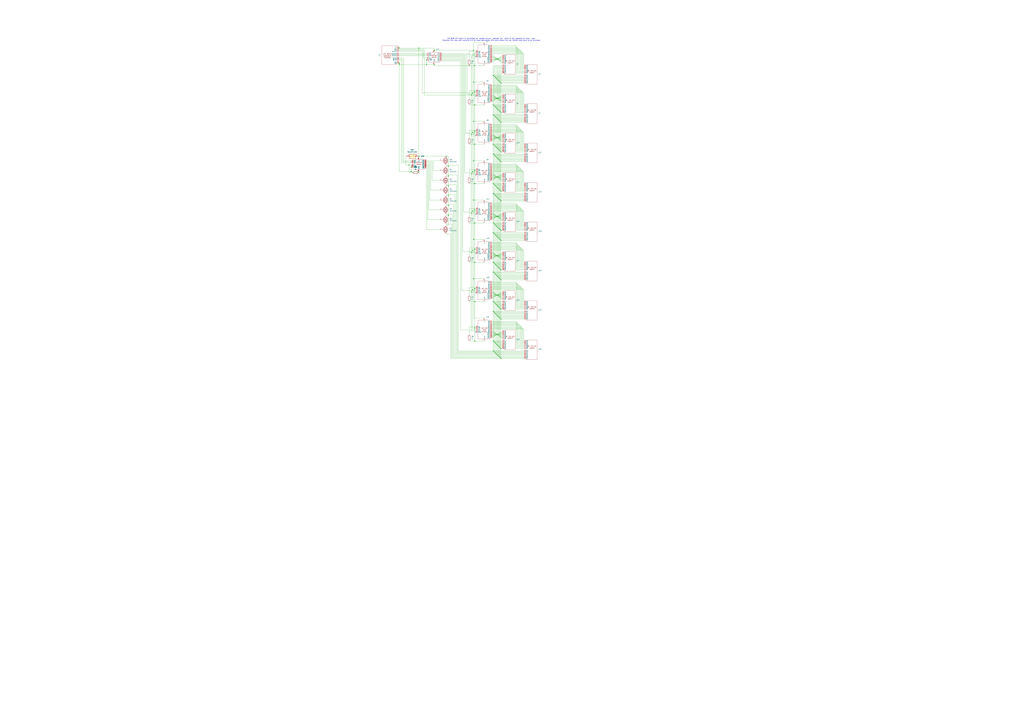
<source format=kicad_sch>
(kicad_sch (version 20231120) (generator "eeschema") (generator_version "8.0")
  (paper "A0")
  (junction (at 574.04 271.78))
  (junction (at 574.04 397.51))
  (junction (at 575.31 227.33))
  (junction (at 548.64 199.39))
  (junction (at 549.91 323.85))
  (junction (at 486.41 199.39))
  (junction (at 574.04 226.06))
  (junction (at 577.85 229.87))
  (junction (at 474.98 191.77))
  (junction (at 574.04 306.07))
  (junction (at 581.66 222.25))
  (junction (at 551.18 106.68))
  (junction (at 577.85 92.71))
  (junction (at 572.77 87.63))
  (junction (at 547.37 247.65))
  (junction (at 486.41 55.88))
  (junction (at 477.52 194.31))
  (junction (at 574.04 351.79))
  (junction (at 580.39 129.54))
  (junction (at 576.58 400.05))
  (junction (at 575.31 410.21))
  (junction (at 574.04 317.5))
  (junction (at 581.66 96.52))
  (junction (at 579.12 265.43))
  (junction (at 549.91 278.13))
  (junction (at 551.18 350.52))
  (junction (at 580.39 140.97))
  (junction (at 477.52 199.39))
  (junction (at 576.58 125.73))
  (junction (at 580.39 358.14))
  (junction (at 575.31 364.49))
  (junction (at 551.18 304.8))
  (junction (at 581.66 416.56))
  (junction (at 577.85 309.88))
  (junction (at 575.31 135.89))
  (junction (at 574.04 363.22))
  (junction (at 520.7 193.04))
  (junction (at 495.3 74.93))
  (junction (at 495.3 69.85))
  (junction (at 504.19 58.42))
  (junction (at 575.31 307.34))
  (junction (at 551.18 381))
  (junction (at 576.58 411.48))
  (junction (at 579.12 311.15))
  (junction (at 551.18 335.28))
  (junction (at 572.77 179.07))
  (junction (at 574.04 134.62))
  (junction (at 581.66 359.41))
  (junction (at 551.18 259.08))
  (junction (at 575.31 124.46))
  (junction (at 551.18 198.12))
  (junction (at 579.12 402.59))
  (junction (at 572.77 350.52))
  (junction (at 486.41 181.61))
  (junction (at 577.85 355.6))
  (junction (at 581.66 325.12))
  (junction (at 580.39 323.85))
  (junction (at 579.12 368.3))
  (junction (at 574.04 168.91))
  (junction (at 575.31 398.78))
  (junction (at 549.91 186.69))
  (junction (at 579.12 231.14))
  (junction (at 580.39 95.25))
  (junction (at 549.91 140.97))
  (junction (at 579.12 93.98))
  (junction (at 581.66 313.69))
  (junction (at 577.85 412.75))
  (junction (at 551.18 396.24))
  (junction (at 576.58 320.04))
  (junction (at 576.58 308.61))
  (junction (at 548.64 336.55))
  (junction (at 581.66 142.24))
  (junction (at 575.31 170.18))
  (junction (at 577.85 367.03))
  (junction (at 544.83 76.2))
  (junction (at 463.55 74.93))
  (junction (at 551.18 121.92))
  (junction (at 579.12 276.86))
  (junction (at 576.58 182.88))
  (junction (at 576.58 262.89))
  (junction (at 581.66 233.68))
  (junction (at 548.64 245.11))
  (junction (at 580.39 266.7))
  (junction (at 574.04 88.9))
  (junction (at 575.31 318.77))
  (junction (at 580.39 175.26))
  (junction (at 577.85 401.32))
  (junction (at 572.77 259.08))
  (junction (at 581.66 267.97))
  (junction (at 549.91 232.41))
  (junction (at 520.7 215.9))
  (junction (at 576.58 171.45))
  (junction (at 572.77 121.92))
  (junction (at 579.12 185.42))
  (junction (at 577.85 218.44))
  (junction (at 549.91 95.25))
  (junction (at 580.39 415.29))
  (junction (at 579.12 139.7))
  (junction (at 576.58 137.16))
  (junction (at 576.58 365.76))
  (junction (at 577.85 138.43))
  (junction (at 575.31 181.61))
  (junction (at 551.18 213.36))
  (junction (at 572.77 270.51))
  (junction (at 572.77 213.36))
  (junction (at 574.04 260.35))
  (junction (at 580.39 369.57))
  (junction (at 548.64 107.95))
  (junction (at 572.77 396.24))
  (junction (at 520.7 227.33))
  (junction (at 575.31 90.17))
  (junction (at 463.55 55.88))
  (junction (at 572.77 304.8))
  (junction (at 576.58 217.17))
  (junction (at 463.55 73.66))
  (junction (at 547.37 293.37))
  (junction (at 576.58 91.44))
  (junction (at 581.66 176.53))
  (junction (at 579.12 173.99))
  (junction (at 575.31 353.06))
  (junction (at 575.31 215.9))
  (junction (at 577.85 172.72))
  (junction (at 579.12 128.27))
  (junction (at 572.77 316.23))
  (junction (at 549.91 58.42))
  (junction (at 577.85 321.31))
  (junction (at 574.04 123.19))
  (junction (at 548.64 153.67))
  (junction (at 547.37 110.49))
  (junction (at 551.18 152.4))
  (junction (at 547.37 201.93))
  (junction (at 551.18 167.64))
  (junction (at 520.7 250.19))
  (junction (at 579.12 322.58))
  (junction (at 572.77 167.64))
  (junction (at 581.66 187.96))
  (junction (at 580.39 278.13))
  (junction (at 580.39 220.98))
  (junction (at 547.37 156.21))
  (junction (at 551.18 243.84))
  (junction (at 576.58 274.32))
  (junction (at 574.04 180.34))
  (junction (at 548.64 290.83))
  (junction (at 572.77 407.67))
  (junction (at 574.04 214.63))
  (junction (at 580.39 403.86))
  (junction (at 577.85 184.15))
  (junction (at 581.66 279.4))
  (junction (at 518.16 181.61))
  (junction (at 579.12 356.87))
  (junction (at 581.66 370.84))
  (junction (at 520.7 204.47))
  (junction (at 576.58 354.33))
  (junction (at 574.04 408.94))
  (junction (at 577.85 275.59))
  (junction (at 551.18 289.56))
  (junction (at 580.39 186.69))
  (junction (at 575.31 273.05))
  (junction (at 551.18 76.2))
  (junction (at 572.77 361.95))
  (junction (at 580.39 312.42))
  (junction (at 572.77 224.79))
  (junction (at 520.7 238.76))
  (junction (at 581.66 130.81))
  (junction (at 581.66 405.13))
  (junction (at 580.39 232.41))
  (junction (at 576.58 228.6))
  (junction (at 504.19 74.93))
  (junction (at 572.77 133.35))
  (junction (at 575.31 261.62))
  (junction (at 547.37 339.09))
  (junction (at 577.85 264.16))
  (junction (at 579.12 219.71))
  (junction (at 577.85 127))
  (junction (at 579.12 414.02))
  (no_connect (at 552.45 203.2))
  (no_connect (at 552.45 66.04))
  (no_connect (at 552.45 248.92))
  (no_connect (at 552.45 340.36))
  (no_connect (at 552.45 157.48))
  (no_connect (at 552.45 386.08))
  (no_connect (at 552.45 111.76))
  (no_connect (at 552.45 294.64))
  (wire (pts (xy 544.83 205.74) (xy 544.83 196.85)))
  (wire (pts (xy 580.39 278.13) (xy 580.39 312.42)))
  (wire (pts (xy 574.04 306.07) (xy 582.93 306.07)))
  (wire (pts (xy 530.86 203.2) (xy 530.86 408.94)))
  (wire (pts (xy 542.29 63.5) (xy 542.29 109.22)))
  (wire (pts (xy 574.04 77.47) (xy 574.04 88.9)))
  (wire (pts (xy 551.18 121.92) (xy 544.83 121.92)))
  (wire (pts (xy 604.52 308.61) (xy 608.33 308.61)))
  (wire (pts (xy 577.85 172.72) (xy 577.85 184.15)))
  (wire (pts (xy 601.98 128.27) (xy 608.33 128.27)))
  (wire (pts (xy 504.19 55.88) (xy 486.41 55.88)))
  (wire (pts (xy 518.16 250.19) (xy 520.7 250.19)))
  (wire (pts (xy 574.04 180.34) (xy 608.33 180.34)))
  (wire (pts (xy 580.39 403.86) (xy 582.93 403.86)))
  (wire (pts (xy 608.33 62.23) (xy 608.33 76.2)))
  (wire (pts (xy 524.51 260.35) (xy 518.16 260.35)))
  (wire (pts (xy 547.37 156.21) (xy 552.45 156.21)))
  (wire (pts (xy 582.93 209.55) (xy 571.5 201.93)))
  (wire (pts (xy 571.5 104.14) (xy 604.52 104.14)))
  (wire (pts (xy 542.29 63.5) (xy 513.08 63.5)))
  (wire (pts (xy 582.93 298.45) (xy 571.5 295.91)))
  (wire (pts (xy 607.06 60.96) (xy 607.06 77.47)))
  (wire (pts (xy 518.16 271.78) (xy 523.24 271.78)))
  (wire (pts (xy 574.04 351.79) (xy 574.04 363.22)))
  (wire (pts (xy 520.7 193.04) (xy 520.7 181.61)))
  (wire (pts (xy 543.56 62.23) (xy 513.08 62.23)))
  (wire (pts (xy 549.91 186.69) (xy 549.91 232.41)))
  (wire (pts (xy 510.54 255.27) (xy 496.57 255.27)))
  (wire (pts (xy 579.12 185.42) (xy 579.12 219.71)))
  (wire (pts (xy 575.31 78.74) (xy 575.31 90.17)))
  (wire (pts (xy 518.16 203.2) (xy 530.86 203.2)))
  (wire (pts (xy 571.5 327.66) (xy 599.44 327.66)))
  (wire (pts (xy 551.18 167.64) (xy 551.18 198.12)))
  (wire (pts (xy 562.61 167.64) (xy 551.18 167.64)))
  (wire (pts (xy 582.93 344.17) (xy 571.5 341.63)))
  (wire (pts (xy 562.61 350.52) (xy 551.18 350.52)))
  (wire (pts (xy 562.61 396.24) (xy 551.18 396.24)))
  (wire (pts (xy 501.65 209.55) (xy 501.65 189.23)))
  (wire (pts (xy 571.5 236.22) (xy 599.44 236.22)))
  (wire (pts (xy 608.33 307.34) (xy 605.79 307.34)))
  (wire (pts (xy 551.18 304.8) (xy 544.83 304.8)))
  (wire (pts (xy 547.37 384.81) (xy 552.45 384.81)))
  (wire (pts (xy 572.77 350.52) (xy 582.93 350.52)))
  (wire (pts (xy 572.77 304.8) (xy 572.77 316.23)))
  (wire (pts (xy 577.85 264.16) (xy 577.85 275.59)))
  (wire (pts (xy 579.12 173.99) (xy 582.93 173.99)))
  (wire (pts (xy 576.58 80.01) (xy 576.58 91.44)))
  (wire (pts (xy 571.5 340.36) (xy 582.93 345.44)))
  (wire (pts (xy 577.85 355.6) (xy 582.93 355.6)))
  (wire (pts (xy 547.37 110.49) (xy 547.37 156.21)))
  (wire (pts (xy 577.85 92.71) (xy 608.33 92.71)))
  (wire (pts (xy 581.66 187.96) (xy 608.33 187.96)))
  (wire (pts (xy 575.31 90.17) (xy 575.31 124.46)))
  (wire (pts (xy 575.31 215.9) (xy 575.31 227.33)))
  (wire (pts (xy 575.31 170.18) (xy 582.93 170.18)))
  (wire (pts (xy 552.45 153.67) (xy 548.64 153.67)))
  (wire (pts (xy 571.5 336.55) (xy 608.33 336.55)))
  (wire (pts (xy 576.58 354.33) (xy 582.93 354.33)))
  (wire (pts (xy 576.58 125.73) (xy 582.93 125.73)))
  (wire (pts (xy 575.31 135.89) (xy 575.31 170.18)))
  (wire (pts (xy 537.21 292.1) (xy 552.45 292.1)))
  (wire (pts (xy 574.04 134.62) (xy 574.04 168.91)))
  (wire (pts (xy 579.12 402.59) (xy 579.12 414.02)))
  (wire (pts (xy 604.52 125.73) (xy 608.33 125.73)))
  (wire (pts (xy 547.37 247.65) (xy 552.45 247.65)))
  (wire (pts (xy 577.85 229.87) (xy 577.85 264.16)))
  (wire (pts (xy 581.66 313.69) (xy 582.93 313.69)))
  (wire (pts (xy 538.48 246.38) (xy 552.45 246.38)))
  (wire (pts (xy 495.3 74.93) (xy 463.55 74.93)))
  (wire (pts (xy 599.44 373.38) (xy 599.44 405.13)))
  (wire (pts (xy 549.91 95.25) (xy 549.91 140.97)))
  (wire (pts (xy 579.12 231.14) (xy 579.12 265.43)))
  (wire (pts (xy 580.39 323.85) (xy 580.39 358.14)))
  (wire (pts (xy 579.12 219.71) (xy 582.93 219.71)))
  (wire (pts (xy 547.37 339.09) (xy 552.45 339.09)))
  (wire (pts (xy 571.5 241.3) (xy 604.52 241.3)))
  (wire (pts (xy 544.83 388.62) (xy 544.83 379.73)))
  (wire (pts (xy 463.55 74.93) (xy 463.55 199.39)))
  (wire (pts (xy 571.5 99.06) (xy 599.44 99.06)))
  (wire (pts (xy 486.41 199.39) (xy 486.41 200.66)))
  (wire (pts (xy 571.5 328.93) (xy 600.71 328.93)))
  (wire (pts (xy 571.5 55.88) (xy 601.98 55.88)))
  (wire (pts (xy 549.91 58.42) (xy 549.91 95.25)))
  (wire (pts (xy 547.37 156.21) (xy 547.37 201.93)))
  (wire (pts (xy 551.18 76.2) (xy 551.18 106.68)))
  (wire (pts (xy 571.5 148.59) (xy 603.25 148.59)))
  (wire (pts (xy 571.5 335.28) (xy 607.06 335.28)))
  (wire (pts (xy 495.3 187.96) (xy 502.92 187.96)))
  (wire (pts (xy 577.85 367.03) (xy 608.33 367.03)))
  (wire (pts (xy 535.94 69.85) (xy 535.94 337.82)))
  (wire (pts (xy 577.85 401.32) (xy 577.85 412.75)))
  (wire (pts (xy 599.44 236.22) (xy 599.44 267.97)))
  (wire (pts (xy 581.66 96.52) (xy 581.66 130.81)))
  (wire (pts (xy 580.39 312.42) (xy 580.39 323.85)))
  (wire (pts (xy 576.58 228.6) (xy 608.33 228.6)))
  (wire (pts (xy 582.93 110.49) (xy 571.5 118.11)))
  (wire (pts (xy 551.18 121.92) (xy 551.18 106.68)))
  (wire (pts (xy 551.18 259.08) (xy 544.83 259.08)))
  (wire (pts (xy 518.16 238.76) (xy 520.7 238.76)))
  (wire (pts (xy 551.18 213.36) (xy 544.83 213.36)))
  (wire (pts (xy 571.5 237.49) (xy 600.71 237.49)))
  (wire (pts (xy 571.5 68.58) (xy 582.93 68.58)))
  (wire (pts (xy 530.86 408.94) (xy 574.04 408.94)))
  (wire (pts (xy 605.79 353.06) (xy 605.79 334.01)))
  (wire (pts (xy 574.04 214.63) (xy 582.93 214.63)))
  (wire (pts (xy 523.24 416.56) (xy 581.66 416.56)))
  (wire (pts (xy 603.25 355.6) (xy 603.25 331.47)))
  (wire (pts (xy 548.64 107.95) (xy 548.64 153.67)))
  (wire (pts (xy 527.05 412.75) (xy 527.05 237.49)))
  (wire (pts (xy 576.58 228.6) (xy 576.58 262.89)))
  (wire (pts (xy 575.31 261.62) (xy 582.93 261.62)))
  (wire (pts (xy 581.66 96.52) (xy 608.33 96.52)))
  (wire (pts (xy 571.5 251.46) (xy 582.93 251.46)))
  (wire (pts (xy 572.77 361.95) (xy 572.77 396.24)))
  (wire (pts (xy 608.33 312.42) (xy 600.71 312.42)))
  (wire (pts (xy 571.5 240.03) (xy 603.25 240.03)))
  (wire (pts (xy 524.51 415.29) (xy 524.51 260.35)))
  (wire (pts (xy 600.71 220.98) (xy 600.71 191.77)))
  (wire (pts (xy 581.66 176.53) (xy 582.93 176.53)))
  (wire (pts (xy 502.92 198.12) (xy 510.54 198.12)))
  (wire (pts (xy 600.71 358.14) (xy 600.71 328.93)))
  (wire (pts (xy 544.83 196.85) (xy 552.45 196.85)))
  (wire (pts (xy 571.5 153.67) (xy 608.33 153.67)))
  (wire (pts (xy 572.77 316.23) (xy 608.33 316.23)))
  (wire (pts (xy 580.39 266.7) (xy 580.39 278.13)))
  (wire (pts (xy 581.66 370.84) (xy 581.66 405.13)))
  (wire (pts (xy 600.71 83.82) (xy 600.71 54.61)))
  (wire (pts (xy 466.09 69.85) (xy 463.55 69.85)))
  (wire (pts (xy 574.04 226.06) (xy 574.04 260.35)))
  (wire (pts (xy 582.93 252.73) (xy 571.5 250.19)))
  (wire (pts (xy 477.52 186.69) (xy 468.63 186.69)))
  (wire (pts (xy 551.18 396.24) (xy 544.83 396.24)))
  (wire (pts (xy 572.77 121.92) (xy 572.77 133.35)))
  (wire (pts (xy 495.3 69.85) (xy 495.3 74.93)))
  (wire (pts (xy 571.5 59.69) (xy 605.79 59.69)))
  (wire (pts (xy 575.31 90.17) (xy 608.33 90.17)))
  (wire (pts (xy 607.06 198.12) (xy 607.06 214.63)))
  (wire (pts (xy 551.18 381) (xy 552.45 381)))
  (wire (pts (xy 574.04 226.06) (xy 608.33 226.06)))
  (wire (pts (xy 495.3 67.31) (xy 491.49 67.31)))
  (wire (pts (xy 579.12 265.43) (xy 582.93 265.43)))
  (wire (pts (xy 541.02 64.77) (xy 541.02 154.94)))
  (wire (pts (xy 518.16 226.06) (xy 528.32 226.06)))
  (wire (pts (xy 608.33 261.62) (xy 605.79 261.62)))
  (wire (pts (xy 572.77 121.92) (xy 582.93 121.92)))
  (wire (pts (xy 581.66 130.81) (xy 581.66 142.24)))
  (wire (pts (xy 552.45 290.83) (xy 548.64 290.83)))
  (wire (pts (xy 577.85 138.43) (xy 577.85 172.72)))
  (wire (pts (xy 608.33 199.39) (xy 608.33 213.36)))
  (wire (pts (xy 532.13 407.67) (xy 532.13 191.77)))
  (wire (pts (xy 571.5 378.46) (xy 604.52 378.46)))
  (wire (pts (xy 527.05 237.49) (xy 518.16 237.49)))
  (wire (pts (xy 579.12 368.3) (xy 608.33 368.3)))
  (wire (pts (xy 574.04 168.91) (xy 582.93 168.91)))
  (wire (pts (xy 544.83 342.9) (xy 544.83 334.01)))
  (wire (pts (xy 486.41 55.88) (xy 486.41 181.61)))
  (wire (pts (xy 607.06 351.79) (xy 608.33 351.79)))
  (wire (pts (xy 572.77 213.36) (xy 582.93 213.36)))
  (wire (pts (xy 551.18 350.52) (xy 551.18 335.28)))
  (wire (pts (xy 599.44 53.34) (xy 599.44 85.09)))
  (wire (pts (xy 463.55 62.23) (xy 495.3 62.23)))
  (wire (pts (xy 548.64 107.95) (xy 490.22 107.95)))
  (wire (pts (xy 579.12 265.43) (xy 579.12 276.86)))
  (wire (pts (xy 551.18 76.2) (xy 544.83 76.2)))
  (wire (pts (xy 580.39 186.69) (xy 608.33 186.69)))
  (wire (pts (xy 513.08 64.77) (xy 541.02 64.77)))
  (wire (pts (xy 579.12 322.58) (xy 608.33 322.58)))
  (wire (pts (xy 607.06 260.35) (xy 608.33 260.35)))
  (wire (pts (xy 574.04 271.78) (xy 608.33 271.78)))
  (wire (pts (xy 572.77 133.35) (xy 572.77 167.64)))
  (wire (pts (xy 571.5 337.82) (xy 582.93 347.98)))
  (wire (pts (xy 581.66 222.25) (xy 582.93 222.25)))
  (wire (pts (xy 575.31 307.34) (xy 575.31 318.77)))
  (wire (pts (xy 571.5 60.96) (xy 607.06 60.96)))
  (wire (pts (xy 582.93 201.93) (xy 571.5 209.55)))
  (wire (pts (xy 581.66 267.97) (xy 581.66 279.4)))
  (wire (pts (xy 605.79 170.18) (xy 605.79 151.13)))
  (wire (pts (xy 551.18 259.08) (xy 551.18 289.56)))
  (wire (pts (xy 576.58 320.04) (xy 576.58 354.33)))
  (wire (pts (xy 520.7 227.33) (xy 520.7 215.9)))
  (wire (pts (xy 580.39 186.69) (xy 580.39 220.98)))
  (wire (pts (xy 571.5 147.32) (xy 601.98 147.32)))
  (wire (pts (xy 571.5 294.64) (xy 582.93 299.72)))
  (wire (pts (xy 495.3 266.7) (xy 510.54 266.7)))
  (wire (pts (xy 579.12 139.7) (xy 579.12 173.99)))
  (wire (pts (xy 572.77 259.08) (xy 572.77 270.51)))
  (wire (pts (xy 608.33 81.28) (xy 603.25 81.28)))
  (wire (pts (xy 581.66 416.56) (xy 608.33 416.56)))
  (wire (pts (xy 582.93 392.43) (xy 571.5 384.81)))
  (wire (pts (xy 571.5 332.74) (xy 604.52 332.74)))
  (wire (pts (xy 562.61 259.08) (xy 551.18 259.08)))
  (wire (pts (xy 571.5 106.68) (xy 607.06 106.68)))
  (wire (pts (xy 581.66 85.09) (xy 581.66 96.52)))
  (wire (pts (xy 604.52 378.46) (xy 604.52 400.05)))
  (wire (pts (xy 520.7 261.62) (xy 520.7 250.19)))
  (wire (pts (xy 581.66 130.81) (xy 582.93 130.81)))
  (wire (pts (xy 571.5 243.84) (xy 607.06 243.84)))
  (wire (pts (xy 495.3 74.93) (xy 504.19 74.93)))
  (wire (pts (xy 581.66 142.24) (xy 608.33 142.24)))
  (wire (pts (xy 601.98 330.2) (xy 601.98 356.87)))
  (wire (pts (xy 576.58 217.17) (xy 576.58 228.6)))
  (wire (pts (xy 581.66 142.24) (xy 581.66 176.53)))
  (wire (pts (xy 572.77 133.35) (xy 608.33 133.35)))
  (wire (pts (xy 581.66 405.13) (xy 582.93 405.13)))
  (wire (pts (xy 574.04 271.78) (xy 574.04 306.07)))
  (wire (pts (xy 529.59 410.21) (xy 575.31 410.21)))
  (wire (pts (xy 547.37 110.49) (xy 492.76 110.49)))
  (wire (pts (xy 580.39 129.54) (xy 580.39 140.97)))
  (wire (pts (xy 572.77 167.64) (xy 582.93 167.64)))
  (wire (pts (xy 510.54 232.41) (xy 499.11 232.41)))
  (wire (pts (xy 608.33 218.44) (xy 603.25 218.44)))
  (wire (pts (xy 607.06 381) (xy 607.06 397.51)))
  (wire (pts (xy 501.65 189.23) (xy 495.3 189.23)))
  (wire (pts (xy 608.33 245.11) (xy 608.33 259.08)))
  (wire (pts (xy 576.58 365.76) (xy 576.58 400.05)))
  (wire (pts (xy 582.93 156.21) (xy 571.5 163.83)))
  (wire (pts (xy 571.5 375.92) (xy 601.98 375.92)))
  (wire (pts (xy 551.18 289.56) (xy 552.45 289.56)))
  (wire (pts (xy 580.39 95.25) (xy 608.33 95.25)))
  (wire (pts (xy 576.58 354.33) (xy 576.58 365.76)))
  (wire (pts (xy 581.66 279.4) (xy 581.66 313.69)))
  (wire (pts (xy 571.5 152.4) (xy 607.06 152.4)))
  (wire (pts (xy 463.55 72.39) (xy 463.55 73.66)))
  (wire (pts (xy 575.31 181.61) (xy 575.31 215.9)))
  (wire (pts (xy 581.66 279.4) (xy 608.33 279.4)))
  (wire (pts (xy 572.77 76.2) (xy 572.77 87.63)))
  (wire (pts (xy 579.12 231.14) (xy 608.33 231.14)))
  (wire (pts (xy 537.21 68.58) (xy 537.21 292.1)))
  (wire (pts (xy 574.04 88.9) (xy 608.33 88.9)))
  (wire (pts (xy 571.5 53.34) (xy 599.44 53.34)))
  (wire (pts (xy 607.06 168.91) (xy 608.33 168.91)))
  (wire (pts (xy 486.41 181.61) (xy 486.41 182.88)))
  (wire (pts (xy 551.18 350.52) (xy 551.18 381)))
  (wire (pts (xy 581.66 325.12) (xy 608.33 325.12)))
  (wire (pts (xy 574.04 351.79) (xy 582.93 351.79)))
  (wire (pts (xy 572.77 396.24) (xy 582.93 396.24)))
  (wire (pts (xy 581.66 85.09) (xy 582.93 85.09)))
  (wire (pts (xy 571.5 342.9) (xy 582.93 342.9)))
  (wire (pts (xy 582.93 341.63) (xy 571.5 344.17)))
  (wire (pts (xy 548.64 245.11) (xy 548.64 290.83)))
  (wire (pts (xy 495.3 195.58) (xy 495.3 266.7)))
  (wire (pts (xy 534.67 383.54) (xy 552.45 383.54)))
  (wire (pts (xy 601.98 238.76) (xy 601.98 265.43)))
  (wire (pts (xy 576.58 320.04) (xy 608.33 320.04)))
  (wire (pts (xy 581.66 233.68) (xy 581.66 267.97)))
  (wire (pts (xy 608.33 129.54) (xy 600.71 129.54)))
  (wire (pts (xy 571.5 107.95) (xy 608.33 107.95)))
  (wire (pts (xy 608.33 290.83) (xy 608.33 304.8)))
  (wire (pts (xy 571.5 377.19) (xy 603.25 377.19)))
  (wire (pts (xy 572.77 76.2) (xy 582.93 76.2)))
  (wire (pts (xy 544.83 160.02) (xy 544.83 151.13)))
  (wire (pts (xy 474.98 200.66) (xy 474.98 191.77)))
  (wire (pts (xy 604.52 354.33) (xy 608.33 354.33)))
  (wire (pts (xy 571.5 149.86) (xy 604.52 149.86)))
  (wire (pts (xy 576.58 262.89) (xy 576.58 274.32)))
  (wire (pts (xy 581.66 313.69) (xy 581.66 325.12)))
  (wire (pts (xy 604.52 287.02) (xy 604.52 308.61)))
  (wire (pts (xy 599.44 130.81) (xy 608.33 130.81)))
  (wire (pts (xy 544.83 334.01) (xy 552.45 334.01)))
  (wire (pts (xy 571.5 162.56) (xy 582.93 157.48)))
  (wire (pts (xy 571.5 111.76) (xy 582.93 116.84)))
  (wire (pts (xy 580.39 175.26) (xy 582.93 175.26)))
  (wire (pts (xy 520.7 215.9) (xy 520.7 204.47)))
  (wire (pts (xy 582.93 72.39) (xy 571.5 64.77)))
  (wire (pts (xy 572.77 167.64) (xy 572.77 179.07)))
  (wire (pts (xy 571.5 58.42) (xy 604.52 58.42)))
  (wire (pts (xy 601.98 55.88) (xy 601.98 82.55)))
  (wire (pts (xy 603.25 264.16) (xy 603.25 240.03)))
  (wire (pts (xy 577.85 275.59) (xy 577.85 309.88)))
  (wire (pts (xy 547.37 201.93) (xy 547.37 247.65)))
  (wire (pts (xy 495.3 68.58) (xy 495.3 69.85)))
  (wire (pts (xy 571.5 100.33) (xy 600.71 100.33)))
  (wire (pts (xy 547.37 339.09) (xy 547.37 384.81)))
  (wire (pts (xy 571.5 388.62) (xy 582.93 388.62)))
  (wire (pts (xy 463.55 68.58) (xy 467.36 68.58)))
  (wire (pts (xy 576.58 217.17) (xy 582.93 217.17)))
  (wire (pts (xy 579.12 93.98) (xy 608.33 93.98)))
  (wire (pts (xy 571.5 208.28) (xy 582.93 203.2)))
  (wire (pts (xy 604.52 217.17) (xy 608.33 217.17)))
  (wire (pts (xy 562.61 213.36) (xy 551.18 213.36)))
  (wire (pts (xy 572.77 270.51) (xy 572.77 304.8)))
  (wire (pts (xy 601.98 284.48) (xy 601.98 311.15)))
  (wire (pts (xy 467.36 68.58) (xy 467.36 187.96)))
  (wire (pts (xy 544.83 68.58) (xy 544.83 59.69)))
  (wire (pts (xy 572.77 407.67) (xy 608.33 407.67)))
  (wire (pts (xy 571.5 242.57) (xy 605.79 242.57)))
  (wire (pts (xy 467.36 187.96) (xy 477.52 187.96)))
  (wire (pts (xy 571.5 386.08) (xy 582.93 391.16)))
  (wire (pts (xy 547.37 64.77) (xy 547.37 110.49)))
  (wire (pts (xy 529.59 214.63) (xy 518.16 214.63)))
  (wire (pts (xy 608.33 175.26) (xy 600.71 175.26)))
  (wire (pts (xy 576.58 91.44) (xy 608.33 91.44)))
  (wire (pts (xy 572.77 179.07) (xy 572.77 213.36)))
  (wire (pts (xy 581.66 405.13) (xy 581.66 416.56)))
  (wire (pts (xy 582.93 158.75) (xy 571.5 161.29)))
  (wire (pts (xy 571.5 391.16) (xy 582.93 386.08)))
  (wire (pts (xy 571.5 198.12) (xy 607.06 198.12)))
  (wire (pts (xy 497.84 243.84) (xy 510.54 243.84)))
  (wire (pts (xy 571.5 191.77) (xy 600.71 191.77)))
  (wire (pts (xy 571.5 195.58) (xy 604.52 195.58)))
  (wire (pts (xy 582.93 293.37) (xy 571.5 300.99)))
  (wire (pts (xy 599.44 281.94) (xy 599.44 313.69)))
  (wire (pts (xy 599.44 359.41) (xy 608.33 359.41)))
  (wire (pts (xy 572.77 224.79) (xy 608.33 224.79)))
  (wire (pts (xy 544.83 114.3) (xy 544.83 105.41)))
  (wire (pts (xy 601.98 311.15) (xy 608.33 311.15)))
  (wire (pts (xy 580.39 358.14) (xy 582.93 358.14)))
  (wire (pts (xy 581.66 359.41) (xy 582.93 359.41)))
  (wire (pts (xy 582.93 384.81) (xy 571.5 392.43)))
  (wire (pts (xy 577.85 321.31) (xy 577.85 355.6)))
  (wire (pts (xy 497.84 193.04) (xy 497.84 243.84)))
  (wire (pts (xy 534.67 71.12) (xy 534.67 383.54)))
  (wire (pts (xy 575.31 318.77) (xy 575.31 353.06)))
  (wire (pts (xy 577.85 367.03) (xy 577.85 401.32)))
  (wire (pts (xy 582.93 255.27) (xy 571.5 247.65)))
  (wire (pts (xy 571.5 63.5) (xy 582.93 73.66)))
  (wire (pts (xy 605.79 215.9) (xy 605.79 196.85)))
  (wire (pts (xy 579.12 356.87) (xy 582.93 356.87)))
  (wire (pts (xy 608.33 403.86) (xy 600.71 403.86)))
  (wire (pts (xy 551.18 167.64) (xy 544.83 167.64)))
  (wire (pts (xy 551.18 213.36) (xy 551.18 243.84)))
  (wire (pts (xy 580.39 83.82) (xy 582.93 83.82)))
  (wire (pts (xy 582.93 295.91) (xy 571.5 298.45)))
  (wire (pts (xy 547.37 293.37) (xy 552.45 293.37)))
  (wire (pts (xy 580.39 358.14) (xy 580.39 369.57)))
  (wire (pts (xy 571.5 246.38) (xy 582.93 256.54)))
  (wire (pts (xy 544.83 251.46) (xy 544.83 242.57)))
  (wire (pts (xy 608.33 382.27) (xy 608.33 396.24)))
  (wire (pts (xy 580.39 369.57) (xy 580.39 403.86)))
  (wire (pts (xy 600.71 266.7) (xy 600.71 237.49)))
  (wire (pts (xy 548.64 336.55) (xy 548.64 382.27)))
  (wire (pts (xy 576.58 125.73) (xy 576.58 137.16)))
  (wire (pts (xy 577.85 401.32) (xy 582.93 401.32)))
  (wire (pts (xy 603.25 401.32) (xy 603.25 377.19)))
  (wire (pts (xy 577.85 218.44) (xy 577.85 229.87)))
  (wire (pts (xy 580.39 312.42) (xy 582.93 312.42)))
  (wire (pts (xy 601.98 219.71) (xy 608.33 219.71)))
  (wire (pts (xy 608.33 107.95) (xy 608.33 121.92)))
  (wire (pts (xy 575.31 124.46) (xy 582.93 124.46)))
  (wire (pts (xy 572.77 316.23) (xy 572.77 350.52)))
  (wire (pts (xy 577.85 309.88) (xy 577.85 321.31)))
  (wire (pts (xy 544.83 379.73) (xy 552.45 379.73)))
  (wire (pts (xy 544.83 76.2) (xy 504.19 76.2)))
  (wire (pts (xy 607.06 397.51) (xy 608.33 397.51)))
  (wire (pts (xy 601.98 265.43) (xy 608.33 265.43)))
  (wire (pts (xy 576.58 262.89) (xy 582.93 262.89)))
  (wire (pts (xy 581.66 222.25) (xy 581.66 233.68)))
  (wire (pts (xy 572.77 396.24) (xy 572.77 407.67)))
  (wire (pts (xy 607.06 77.47) (xy 608.33 77.47)))
  (wire (pts (xy 538.48 67.31) (xy 538.48 246.38)))
  (wire (pts (xy 463.55 64.77) (xy 495.3 64.77)))
  (wire (pts (xy 579.12 219.71) (xy 579.12 231.14)))
  (wire (pts (xy 562.61 186.69) (xy 549.91 186.69)))
  (wire (pts (xy 599.44 144.78) (xy 599.44 176.53)))
  (wire (pts (xy 571.5 151.13) (xy 605.79 151.13)))
  (wire (pts (xy 575.31 170.18) (xy 575.31 181.61)))
  (wire (pts (xy 534.67 71.12) (xy 513.08 71.12)))
  (wire (pts (xy 571.5 193.04) (xy 601.98 193.04)))
  (wire (pts (xy 580.39 403.86) (xy 580.39 415.29)))
  (wire (pts (xy 571.5 54.61) (xy 600.71 54.61)))
  (wire (pts (xy 551.18 350.52) (xy 544.83 350.52)))
  (wire (pts (xy 552.45 63.5) (xy 543.56 63.5)))
  (wire (pts (xy 532.13 191.77) (xy 518.16 191.77)))
  (wire (pts (xy 579.12 276.86) (xy 579.12 311.15)))
  (wire (pts (xy 604.52 262.89) (xy 608.33 262.89)))
  (wire (pts (xy 551.18 152.4) (xy 552.45 152.4)))
  (wire (pts (xy 601.98 193.04) (xy 601.98 219.71)))
  (wire (pts (xy 552.45 62.23) (xy 548.64 62.23)))
  (wire (pts (xy 608.33 124.46) (xy 605.79 124.46)))
  (wire (pts (xy 466.09 189.23) (xy 466.09 69.85)))
  (wire (pts (xy 574.04 363.22) (xy 608.33 363.22)))
  (wire (pts (xy 576.58 274.32) (xy 576.58 308.61)))
  (wire (pts (xy 562.61 278.13) (xy 549.91 278.13)))
  (wire (pts (xy 607.06 152.4) (xy 607.06 168.91)))
  (wire (pts (xy 580.39 266.7) (xy 582.93 266.7)))
  (wire (pts (xy 575.31 273.05) (xy 575.31 307.34)))
  (wire (pts (xy 577.85 184.15) (xy 608.33 184.15)))
  (wire (pts (xy 575.31 181.61) (xy 608.33 181.61)))
  (wire (pts (xy 601.98 82.55) (xy 608.33 82.55)))
  (wire (pts (xy 580.39 232.41) (xy 608.33 232.41)))
  (wire (pts (xy 603.25 172.72) (xy 603.25 148.59)))
  (wire (pts (xy 477.52 189.23) (xy 466.09 189.23)))
  (wire (pts (xy 580.39 83.82) (xy 580.39 95.25)))
  (wire (pts (xy 608.33 172.72) (xy 603.25 172.72)))
  (wire (pts (xy 551.18 213.36) (xy 551.18 198.12)))
  (wire (pts (xy 572.77 87.63) (xy 608.33 87.63)))
  (wire (pts (xy 601.98 356.87) (xy 608.33 356.87)))
  (wire (pts (xy 582.93 300.99) (xy 571.5 293.37)))
  (wire (pts (xy 574.04 317.5) (xy 574.04 351.79)))
  (wire (pts (xy 574.04 397.51) (xy 574.04 408.94)))
  (wire (pts (xy 601.98 402.59) (xy 608.33 402.59)))
  (wire (pts (xy 576.58 365.76) (xy 608.33 365.76)))
  (wire (pts (xy 575.31 261.62) (xy 575.31 273.05)))
  (wire (pts (xy 576.58 308.61) (xy 582.93 308.61)))
  (wire (pts (xy 599.44 267.97) (xy 608.33 267.97)))
  (wire (pts (xy 551.18 60.96) (xy 552.45 60.96)))
  (wire (pts (xy 577.85 309.88) (xy 582.93 309.88)))
  (wire (pts (xy 571.5 284.48) (xy 601.98 284.48)))
  (wire (pts (xy 491.49 58.42) (xy 463.55 58.42)))
  (wire (pts (xy 571.5 144.78) (xy 599.44 144.78)))
  (wire (pts (xy 571.5 57.15) (xy 603.25 57.15)))
  (wire (pts (xy 549.91 140.97) (xy 549.91 186.69)))
  (wire (pts (xy 605.79 78.74) (xy 605.79 59.69)))
  (wire (pts (xy 574.04 77.47) (xy 582.93 77.47)))
  (wire (pts (xy 492.76 57.15) (xy 492.76 110.49)))
  (wire (pts (xy 571.5 334.01) (xy 605.79 334.01)))
  (wire (pts (xy 562.61 76.2) (xy 551.18 76.2)))
  (wire (pts (xy 607.06 214.63) (xy 608.33 214.63)))
  (wire (pts (xy 608.33 401.32) (xy 603.25 401.32)))
  (wire (pts (xy 499.11 232.41) (xy 499.11 191.77)))
  (wire (pts (xy 571.5 66.04) (xy 582.93 71.12)))
  (wire (pts (xy 572.77 304.8) (xy 582.93 304.8)))
  (wire (pts (xy 577.85 127) (xy 582.93 127)))
  (wire (pts (xy 576.58 171.45) (xy 576.58 182.88)))
  (wire (pts (xy 518.16 248.92) (xy 525.78 248.92)))
  (wire (pts (xy 544.83 288.29) (xy 552.45 288.29)))
  (wire (pts (xy 600.71 129.54) (xy 600.71 100.33)))
  (wire (pts (xy 579.12 276.86) (xy 608.33 276.86)))
  (wire (pts (xy 576.58 400.05) (xy 582.93 400.05)))
  (wire (pts (xy 605.79 124.46) (xy 605.79 105.41)))
  (wire (pts (xy 608.33 220.98) (xy 600.71 220.98)))
  (wire (pts (xy 579.12 82.55) (xy 582.93 82.55)))
  (wire (pts (xy 544.83 105.41) (xy 552.45 105.41)))
  (wire (pts (xy 572.77 179.07) (xy 608.33 179.07)))
  (wire (pts (xy 551.18 106.68) (xy 552.45 106.68)))
  (wire (pts (xy 577.85 172.72) (xy 582.93 172.72)))
  (wire (pts (xy 571.5 146.05) (xy 600.71 146.05)))
  (wire (pts (xy 576.58 274.32) (xy 608.33 274.32)))
  (wire (pts (xy 574.04 408.94) (xy 608.33 408.94)))
  (wire (pts (xy 575.31 227.33) (xy 575.31 261.62)))
  (wire (pts (xy 551.18 304.8) (xy 551.18 289.56)))
  (wire (pts (xy 582.93 339.09) (xy 571.5 346.71)))
  (wire (pts (xy 581.66 370.84) (xy 608.33 370.84)))
  (wire (pts (xy 574.04 306.07) (xy 574.04 317.5)))
  (wire (pts (xy 580.39 232.41) (xy 580.39 266.7)))
  (wire (pts (xy 574.04 123.19) (xy 582.93 123.19)))
  (wire (pts (xy 562.61 140.97) (xy 549.91 140.97)))
  (wire (pts (xy 579.12 139.7) (xy 608.33 139.7)))
  (wire (pts (xy 552.45 245.11) (xy 548.64 245.11)))
  (wire (pts (xy 520.7 181.61) (xy 518.16 181.61)))
  (wire (pts (xy 603.25 309.88) (xy 603.25 285.75)))
  (wire (pts (xy 562.61 232.41) (xy 549.91 232.41)))
  (wire (pts (xy 474.98 191.77) (xy 477.52 191.77)))
  (wire (pts (xy 576.58 400.05) (xy 576.58 411.48)))
  (wire (pts (xy 599.44 190.5) (xy 599.44 222.25)))
  (wire (pts (xy 575.31 124.46) (xy 575.31 135.89)))
  (wire (pts (xy 551.18 121.92) (xy 551.18 152.4)))
  (wire (pts (xy 529.59 410.21) (xy 529.59 214.63)))
  (wire (pts (xy 551.18 304.8) (xy 551.18 335.28)))
  (wire (pts (xy 542.29 109.22) (xy 552.45 109.22)))
  (wire (pts (xy 599.44 222.25) (xy 608.33 222.25)))
  (wire (pts (xy 580.39 278.13) (xy 608.33 278.13)))
  (wire (pts (xy 495.3 186.69) (xy 510.54 186.69)))
  (wire (pts (xy 525.78 414.02) (xy 579.12 414.02)))
  (wire (pts (xy 601.98 101.6) (xy 601.98 128.27)))
  (wire (pts (xy 572.77 350.52) (xy 572.77 361.95)))
  (wire (pts (xy 577.85 264.16) (xy 582.93 264.16)))
  (wire (pts (xy 607.06 335.28) (xy 607.06 351.79)))
  (wire (pts (xy 579.12 311.15) (xy 582.93 311.15)))
  (wire (pts (xy 535.94 337.82) (xy 552.45 337.82)))
  (wire (pts (xy 608.33 215.9) (xy 605.79 215.9)))
  (wire (pts (xy 604.52 241.3) (xy 604.52 262.89)))
  (wire (pts (xy 576.58 411.48) (xy 608.33 411.48)))
  (wire (pts (xy 608.33 153.67) (xy 608.33 167.64)))
  (wire (pts (xy 571.5 196.85) (xy 605.79 196.85)))
  (wire (pts (xy 582.93 64.77) (xy 571.5 72.39)))
  (wire (pts (xy 579.12 368.3) (xy 579.12 402.59)))
  (wire (pts (xy 604.52 149.86) (xy 604.52 171.45)))
  (wire (pts (xy 576.58 182.88) (xy 576.58 217.17)))
  (wire (pts (xy 544.83 59.69) (xy 552.45 59.69)))
  (wire (pts (xy 571.5 281.94) (xy 599.44 281.94)))
  (wire (pts (xy 582.93 250.19) (xy 571.5 252.73)))
  (wire (pts (xy 571.5 290.83) (xy 608.33 290.83)))
  (wire (pts (xy 490.22 59.69) (xy 463.55 59.69)))
  (wire (pts (xy 571.5 62.23) (xy 608.33 62.23)))
  (wire (pts (xy 579.12 128.27) (xy 582.93 128.27)))
  (wire (pts (xy 580.39 369.57) (xy 608.33 369.57)))
  (wire (pts (xy 548.64 290.83) (xy 548.64 336.55)))
  (wire (pts (xy 580.39 415.29) (xy 608.33 415.29)))
  (wire (pts (xy 608.33 309.88) (xy 603.25 309.88)))
  (wire (pts (xy 524.51 415.29) (xy 580.39 415.29)))
  (wire (pts (xy 582.93 69.85) (xy 571.5 67.31)))
  (wire (pts (xy 562.61 369.57) (xy 549.91 369.57)))
  (wire (pts (xy 551.18 335.28) (xy 552.45 335.28)))
  (wire (pts (xy 571.5 285.75) (xy 603.25 285.75)))
  (wire (pts (xy 541.02 154.94) (xy 552.45 154.94)))
  (wire (pts (xy 576.58 308.61) (xy 576.58 320.04)))
  (wire (pts (xy 575.31 364.49) (xy 575.31 398.78)))
  (wire (pts (xy 575.31 353.06) (xy 582.93 353.06)))
  (wire (pts (xy 571.5 331.47) (xy 603.25 331.47)))
  (wire (pts (xy 574.04 134.62) (xy 608.33 134.62)))
  (wire (pts (xy 528.32 226.06) (xy 528.32 411.48)))
  (wire (pts (xy 579.12 414.02) (xy 608.33 414.02)))
  (wire (pts (xy 604.52 58.42) (xy 604.52 80.01)))
  (wire (pts (xy 552.45 199.39) (xy 548.64 199.39)))
  (wire (pts (xy 579.12 128.27) (xy 579.12 139.7)))
  (wire (pts (xy 510.54 209.55) (xy 501.65 209.55)))
  (wire (pts (xy 579.12 402.59) (xy 582.93 402.59)))
  (wire (pts (xy 582.93 67.31) (xy 571.5 69.85)))
  (wire (pts (xy 547.37 110.49) (xy 552.45 110.49)))
  (wire (pts (xy 571.5 254) (xy 582.93 248.92)))
  (wire (pts (xy 605.79 261.62) (xy 605.79 242.57)))
  (wire (pts (xy 571.5 287.02) (xy 604.52 287.02)))
  (wire (pts (xy 538.48 67.31) (xy 513.08 67.31)))
  (wire (pts (xy 500.38 190.5) (xy 500.38 220.98)))
  (wire (pts (xy 571.5 194.31) (xy 603.25 194.31)))
  (wire (pts (xy 574.04 317.5) (xy 608.33 317.5)))
  (wire (pts (xy 474.98 191.77) (xy 471.17 191.77)))
  (wire (pts (xy 562.61 323.85) (xy 549.91 323.85)))
  (wire (pts (xy 549.91 232.41) (xy 549.91 278.13)))
  (wire (pts (xy 463.55 199.39) (xy 477.52 199.39)))
  (wire (pts (xy 571.5 154.94) (xy 582.93 165.1)))
  (wire (pts (xy 575.31 318.77) (xy 608.33 318.77)))
  (wire (pts (xy 604.52 104.14) (xy 604.52 125.73)))
  (wire (pts (xy 577.85 127) (xy 577.85 138.43)))
  (wire (pts (xy 579.12 311.15) (xy 579.12 322.58)))
  (wire (pts (xy 520.7 238.76) (xy 520.7 227.33)))
  (wire (pts (xy 599.44 405.13) (xy 608.33 405.13)))
  (wire (pts (xy 562.61 95.25) (xy 549.91 95.25)))
  (wire (pts (xy 574.04 180.34) (xy 574.04 214.63)))
  (wire (pts (xy 574.04 88.9) (xy 574.04 123.19)))
  (wire (pts (xy 608.33 353.06) (xy 605.79 353.06)))
  (wire (pts (xy 581.66 267.97) (xy 582.93 267.97)))
  (wire (pts (xy 579.12 356.87) (xy 579.12 368.3)))
  (wire (pts (xy 580.39 220.98) (xy 580.39 232.41)))
  (wire (pts (xy 571.5 383.54) (xy 582.93 393.7)))
  (wire (pts (xy 548.64 199.39) (xy 548.64 245.11)))
  (wire (pts (xy 601.98 375.92) (xy 601.98 402.59)))
  (wire (pts (xy 539.75 66.04) (xy 539.75 200.66)))
  (wire (pts (xy 518.16 261.62) (xy 520.7 261.62)))
  (wire (pts (xy 571.5 379.73) (xy 605.79 379.73)))
  (wire (pts (xy 577.85 321.31) (xy 608.33 321.31)))
  (wire (pts (xy 607.06 106.68) (xy 607.06 123.19)))
  (wire (pts (xy 608.33 336.55) (xy 608.33 350.52)))
  (wire (pts (xy 548.64 62.23) (xy 548.64 107.95)))
  (wire (pts (xy 548.64 153.67) (xy 548.64 199.39)))
  (wire (pts (xy 537.21 68.58) (xy 513.08 68.58)))
  (wire (pts (xy 572.77 259.08) (xy 582.93 259.08)))
  (wire (pts (xy 571.5 190.5) (xy 599.44 190.5)))
  (wire (pts (xy 576.58 137.16) (xy 608.33 137.16)))
  (wire (pts (xy 571.5 374.65) (xy 600.71 374.65)))
  (wire (pts (xy 551.18 259.08) (xy 551.18 243.84)))
  (wire (pts (xy 582.93 161.29) (xy 571.5 158.75)))
  (wire (pts (xy 535.94 69.85) (xy 513.08 69.85)))
  (wire (pts (xy 543.56 63.5) (xy 543.56 62.23)))
  (wire (pts (xy 518.16 204.47) (xy 520.7 204.47)))
  (wire (pts (xy 577.85 229.87) (xy 608.33 229.87)))
  (wire (pts (xy 571.5 109.22) (xy 582.93 119.38)))
  (wire (pts (xy 463.55 54.61) (xy 463.55 55.88)))
  (wire (pts (xy 577.85 184.15) (xy 577.85 218.44)))
  (wire (pts (xy 547.37 64.77) (xy 552.45 64.77)))
  (wire (pts (xy 547.37 201.93) (xy 552.45 201.93)))
  (wire (pts (xy 571.5 199.39) (xy 608.33 199.39)))
  (wire (pts (xy 571.5 289.56) (xy 607.06 289.56)))
  (wire (pts (xy 551.18 167.64) (xy 551.18 152.4)))
  (wire (pts (xy 576.58 80.01) (xy 582.93 80.01)))
  (wire (pts (xy 518.16 193.04) (xy 520.7 193.04)))
  (wire (pts (xy 518.16 227.33) (xy 520.7 227.33)))
  (wire (pts (xy 576.58 137.16) (xy 576.58 171.45)))
  (wire (pts (xy 551.18 243.84) (xy 552.45 243.84)))
  (wire (pts (xy 518.16 215.9) (xy 520.7 215.9)))
  (wire (pts (xy 575.31 307.34) (xy 582.93 307.34)))
  (wire (pts (xy 577.85 81.28) (xy 577.85 92.71)))
  (wire (pts (xy 582.93 204.47) (xy 571.5 207.01)))
  (wire (pts (xy 477.52 193.04) (xy 477.52 194.31)))
  (wire (pts (xy 582.93 346.71) (xy 571.5 339.09)))
  (wire (pts (xy 576.58 182.88) (xy 608.33 182.88)))
  (wire (pts (xy 571.5 245.11) (xy 608.33 245.11)))
  (wire (pts (xy 600.71 175.26) (xy 600.71 146.05)))
  (wire (pts (xy 520.7 204.47) (xy 520.7 193.04)))
  (wire (pts (xy 576.58 171.45) (xy 582.93 171.45)))
  (wire (pts (xy 604.52 195.58) (xy 604.52 217.17)))
  (wire (pts (xy 574.04 123.19) (xy 574.04 134.62)))
  (wire (pts (xy 575.31 215.9) (xy 582.93 215.9)))
  (wire (pts (xy 544.83 151.13) (xy 552.45 151.13)))
  (wire (pts (xy 572.77 224.79) (xy 572.77 259.08)))
  (wire (pts (xy 477.52 194.31) (xy 477.52 199.39)))
  (wire (pts (xy 574.04 397.51) (xy 582.93 397.51)))
  (wire (pts (xy 551.18 396.24) (xy 551.18 381)))
  (wire (pts (xy 500.38 220.98) (xy 510.54 220.98)))
  (wire (pts (xy 571.5 248.92) (xy 582.93 254)))
  (wire (pts (xy 571.5 238.76) (xy 601.98 238.76)))
  (wire (pts (xy 608.33 127) (xy 603.25 127)))
  (wire (pts (xy 477.52 199.39) (xy 486.41 199.39)))
  (wire (pts (xy 572.77 361.95) (xy 608.33 361.95)))
  (wire (pts (xy 599.44 313.69) (xy 608.33 313.69)))
  (wire (pts (xy 478.79 200.66) (xy 474.98 200.66)))
  (wire (pts (xy 496.57 255.27) (xy 496.57 194.31)))
  (wire (pts (xy 571.5 292.1) (xy 582.93 302.26)))
  (wire (pts (xy 605.79 307.34) (xy 605.79 288.29)))
  (wire (pts (xy 544.83 242.57) (xy 552.45 242.57)))
  (wire (pts (xy 495.3 190.5) (xy 500.38 190.5)))
  (wire (pts (xy 496.57 194.31) (xy 495.3 194.31)))
  (wire (pts (xy 580.39 323.85) (xy 608.33 323.85)))
  (wire (pts (xy 492.76 57.15) (xy 463.55 57.15)))
  (wire (pts (xy 582.93 389.89) (xy 571.5 387.35)))
  (wire (pts (xy 574.04 260.35) (xy 574.04 271.78)))
  (wire (pts (xy 575.31 364.49) (xy 608.33 364.49)))
  (wire (pts (xy 575.31 398.78) (xy 582.93 398.78)))
  (wire (pts (xy 581.66 233.68) (xy 608.33 233.68)))
  (wire (pts (xy 607.06 306.07) (xy 608.33 306.07)))
  (wire (pts (xy 471.17 191.77) (xy 471.17 181.61)))
  (wire (pts (xy 552.45 107.95) (xy 548.64 107.95)))
  (wire (pts (xy 603.25 218.44) (xy 603.25 194.31)))
  (wire (pts (xy 571.5 288.29) (xy 605.79 288.29)))
  (wire (pts (xy 582.93 113.03) (xy 571.5 115.57)))
  (wire (pts (xy 601.98 173.99) (xy 608.33 173.99)))
  (wire (pts (xy 575.31 398.78) (xy 575.31 410.21)))
  (wire (pts (xy 574.04 214.63) (xy 574.04 226.06)))
  (wire (pts (xy 575.31 410.21) (xy 608.33 410.21)))
  (wire (pts (xy 604.52 80.01) (xy 608.33 80.01)))
  (wire (pts (xy 551.18 198.12) (xy 552.45 198.12)))
  (wire (pts (xy 579.12 322.58) (xy 579.12 356.87)))
  (wire (pts (xy 574.04 363.22) (xy 574.04 397.51)))
  (wire (pts (xy 608.33 78.74) (xy 605.79 78.74)))
  (wire (pts (xy 577.85 218.44) (xy 582.93 218.44)))
  (wire (pts (xy 582.93 247.65) (xy 571.5 255.27)))
  (wire (pts (xy 580.39 129.54) (xy 582.93 129.54)))
  (wire (pts (xy 571.5 114.3) (xy 582.93 114.3)))
  (wire (pts (xy 463.55 74.93) (xy 463.55 73.66)))
  (wire (pts (xy 495.3 193.04) (xy 497.84 193.04)))
  (wire (pts (xy 577.85 138.43) (xy 608.33 138.43)))
  (wire (pts (xy 575.31 353.06) (xy 575.31 364.49)))
  (wire (pts (xy 518.16 181.61) (xy 486.41 181.61)))
  (wire (pts (xy 571.5 71.12) (xy 582.93 66.04)))
  (wire (pts (xy 572.77 270.51) (xy 608.33 270.51)))
  (wire (pts (xy 608.33 83.82) (xy 600.71 83.82)))
  (wire (pts (xy 468.63 67.31) (xy 463.55 67.31)))
  (wire (pts (xy 607.06 123.19) (xy 608.33 123.19)))
  (wire (pts (xy 599.44 327.66) (xy 599.44 359.41)))
  (wire (pts (xy 580.39 140.97) (xy 580.39 175.26)))
  (wire (pts (xy 579.12 185.42) (xy 608.33 185.42)))
  (wire (pts (xy 571.5 299.72) (xy 582.93 294.64)))
  (wire (pts (xy 574.04 168.91) (xy 574.04 180.34)))
  (wire (pts (xy 599.44 99.06) (xy 599.44 130.81)))
  (wire (pts (xy 608.33 264.16) (xy 603.25 264.16)))
  (wire (pts (xy 572.77 213.36) (xy 572.77 224.79)))
  (wire (pts (xy 579.12 173.99) (xy 579.12 185.42)))
  (wire (pts (xy 571.5 382.27) (xy 608.33 382.27)))
  (wire (pts (xy 552.45 336.55) (xy 548.64 336.55)))
  (wire (pts (xy 571.5 200.66) (xy 582.93 210.82)))
  (wire (pts (xy 571.5 101.6) (xy 601.98 101.6)))
  (wire (pts (xy 577.85 355.6) (xy 577.85 367.03)))
  (wire (pts (xy 576.58 91.44) (xy 576.58 125.73)))
  (wire (pts (xy 582.93 387.35) (xy 571.5 389.89)))
  (wire (pts (xy 562.61 121.92) (xy 551.18 121.92)))
  (wire (pts (xy 571.5 381) (xy 607.06 381)))
  (wire (pts (xy 539.75 200.66) (xy 552.45 200.66)))
  (wire (pts (xy 504.19 76.2) (xy 504.19 74.93)))
  (wire (pts (xy 580.39 140.97) (xy 608.33 140.97)))
  (wire (pts (xy 604.52 171.45) (xy 608.33 171.45)))
  (wire (pts (xy 562.61 304.8) (xy 551.18 304.8)))
  (wire (pts (xy 581.66 187.96) (xy 581.66 222.25)))
  (wire (pts (xy 604.52 400.05) (xy 608.33 400.05)))
  (wire (pts (xy 601.98 147.32) (xy 601.98 173.99)))
  (wire (pts (xy 577.85 275.59) (xy 608.33 275.59)))
  (wire (pts (xy 608.33 266.7) (xy 600.71 266.7)))
  (wire (pts (xy 607.06 289.56) (xy 607.06 306.07)))
  (wire (pts (xy 581.66 325.12) (xy 581.66 359.41)))
  (wire (pts (xy 549.91 278.13) (xy 549.91 323.85)))
  (wire (pts (xy 571.5 373.38) (xy 599.44 373.38)))
  (wire (pts (xy 571.5 157.48) (xy 582.93 162.56)))
  (wire (pts (xy 608.33 398.78) (xy 605.79 398.78)))
  (wire (pts (xy 579.12 93.98) (xy 579.12 128.27)))
  (wire (pts (xy 582.93 163.83) (xy 571.5 156.21)))
  (wire (pts (xy 600.71 403.86) (xy 600.71 374.65)))
  (wire (pts (xy 571.5 345.44) (xy 582.93 340.36)))
  (wire (pts (xy 607.06 243.84) (xy 607.06 260.35)))
  (wire (pts (xy 562.61 49.53) (xy 549.91 49.53)))
  (wire (pts (xy 571.5 283.21) (xy 600.71 283.21)))
  (wire (pts (xy 608.33 358.14) (xy 600.71 358.14)))
  (wire (pts (xy 571.5 330.2) (xy 601.98 330.2)))
  (wire (pts (xy 491.49 67.31) (xy 491.49 58.42)))
  (wire (pts (xy 605.79 398.78) (xy 605.79 379.73)))
  (wire (pts (xy 486.41 55.88) (xy 463.55 55.88)))
  (wire (pts (xy 490.22 59.69) (xy 490.22 107.95)))
  (wire (pts (xy 599.44 176.53) (xy 608.33 176.53)))
  (wire (pts (xy 582.93 115.57) (xy 571.5 113.03)))
  (wire (pts (xy 574.04 260.35) (xy 582.93 260.35)))
  (wire (pts (xy 577.85 92.71) (xy 577.85 127)))
  (wire (pts (xy 577.85 81.28) (xy 582.93 81.28)))
  (wire (pts (xy 581.66 359.41) (xy 581.66 370.84)))
  (wire (pts (xy 552.45 382.27) (xy 548.64 382.27)))
  (wire (pts (xy 600.71 312.42) (xy 600.71 283.21)))
  (wire (pts (xy 599.44 85.09) (xy 608.33 85.09)))
  (wire (pts (xy 539.75 66.04) (xy 513.08 66.04)))
  (wire (pts (xy 523.24 271.78) (xy 523.24 416.56)))
  (wire (pts (xy 572.77 87.63) (xy 572.77 121.92)))
  (wire (pts (xy 603.25 127) (xy 603.25 102.87)))
  (wire (pts (xy 544.83 297.18) (xy 544.83 288.29)))
  (wire (pts (xy 532.13 407.67) (xy 572.77 407.67)))
  (wire (pts (xy 575.31 273.05) (xy 608.33 273.05)))
  (wire (pts (xy 571.5 116.84) (xy 582.93 111.76)))
  (wire (pts (xy 571.5 297.18) (xy 582.93 297.18)))
  (wire (pts (xy 551.18 76.2) (xy 551.18 60.96)))
  (wire (pts (xy 577.85 412.75) (xy 608.33 412.75)))
  (wire (pts (xy 582.93 207.01) (xy 571.5 204.47)))
  (wire (pts (xy 549.91 49.53) (xy 549.91 58.42)))
  (wire (pts (xy 571.5 205.74) (xy 582.93 205.74)))
  (wire (pts (xy 608.33 355.6) (xy 603.25 355.6)))
  (wire (pts (xy 575.31 78.74) (xy 582.93 78.74)))
  (wire (pts (xy 579.12 82.55) (xy 579.12 93.98)))
  (wire (pts (xy 547.37 293.37) (xy 547.37 339.09)))
  (wire (pts (xy 525.78 248.92) (xy 525.78 414.02)))
  (wire (pts (xy 575.31 227.33) (xy 608.33 227.33)))
  (wire (pts (xy 502.92 187.96) (xy 502.92 198.12)))
  (wire (pts (xy 527.05 412.75) (xy 577.85 412.75)))
  (wire (pts (xy 604.52 332.74) (xy 604.52 354.33)))
  (wire (pts (xy 499.11 191.77) (xy 495.3 191.77)))
  (wire (pts (xy 580.39 95.25) (xy 580.39 129.54)))
  (wire (pts (xy 580.39 175.26) (xy 580.39 186.69)))
  (wire (pts (xy 575.31 135.89) (xy 608.33 135.89)))
  (wire (pts (xy 571.5 102.87) (xy 603.25 102.87)))
  (wire (pts (xy 504.19 58.42) (xy 549.91 58.42)))
  (wire (pts (xy 571.5 105.41) (xy 605.79 105.41)))
  (wire (pts (xy 468.63 186.69) (xy 468.63 67.31)))
  (wire (pts (xy 608.33 170.18) (xy 605.79 170.18)))
  (wire (pts (xy 463.55 63.5) (xy 495.3 63.5)))
  (wire (pts (xy 580.39 220.98) (xy 582.93 220.98)))
  (wire (pts (xy 549.91 323.85) (xy 549.91 369.57)))
  (wire (pts (xy 528.32 411.48) (xy 576.58 411.48)))
  (wire (pts (xy 603.25 81.28) (xy 603.25 57.15)))
  (wire (pts (xy 581.66 176.53) (xy 581.66 187.96)))
  (wire (pts (xy 504.19 55.88) (xy 504.19 58.42)))
  (wire (pts (xy 571.5 160.02) (xy 582.93 160.02)))
  (wire (pts (xy 520.7 250.19) (xy 520.7 238.76)))
  (wire (pts (xy 547.37 247.65) (xy 547.37 293.37)))
  (wire (pts (xy 582.93 118.11) (xy 571.5 110.49)))
  (wire (pts (xy 571.5 203.2) (xy 582.93 208.28)))
  (text "The 8x8 LED matrix is advertized as \"anode column, cathode row\" which is the opposite of what I want\nTherefore the rows and columns will be used backwards, this also means the row indices also have to be reversed." (at 570.484 45.974 0) (effects (font (size 1.27 1.27))))
  (symbol (lib_id "custom_symbol_lib:led_matrix_adafruit_8_x_8") (at 617.22 360.68 0) (unit 1)
    (property "Reference" "U25" (at 624.84 360.0449 0) (effects (justify left)))
    (property "Value" "~" (at 624.84 361.95 0) (effects (justify left)))
    (property "Footprint" "custom_footprint_library:8_x_8_led_matrix_KWM-30881CVB" (effects (hide yes)))
    (property "Datasheet" "https://cdn-shop.adafruit.com/datasheets/KWM-30881XVB.pdf" (effects (hide yes)))
  )
  (symbol (lib_id "custom_symbol_lib:led_matrix_adafruit_8_x_8") (at 591.82 120.65 0) (unit 1)
    (property "Reference" "U6" (at 599.44 120.0149 0) (effects (justify left)))
    (property "Value" "~" (at 599.44 121.92 0) (effects (justify left)))
    (property "Footprint" "custom_footprint_library:8_x_8_led_matrix_KWM-30881CVB" (effects (hide yes)))
    (property "Datasheet" "https://cdn-shop.adafruit.com/datasheets/KWM-30881XVB.pdf" (effects (hide yes)))
  )
  (symbol (lib_id "custom_symbol_lib:3_to_8_demultiplexer") (at 504.19 67.31 0) (unit 1)
    (property "Reference" "U24" (at 506.2094 57.15 0) (effects (justify left)))
    (property "Value" "~" (at 506.2094 59.69 0) (effects (justify left)))
    (property "Footprint" "Package_DIP:DIP-16_W7.62mm" (effects (hide yes)))
    (property "Datasheet" "https://www.jameco.com/Jameco/Products/ProdDS/677003.pdf" (effects (hide yes)))
  )
  (symbol (lib_id "custom_symbol_lib:led_matrix_connector") (at 452.12 64.77 0) (mirror y) (unit 1)
    (property "Reference" "U1" (at 441.96 63.4999 0) (effects (justify left)))
    (property "Value" "~" (at 441.96 65.405 0) (effects (justify left)))
    (property "Footprint" "Connector_PinHeader_2.54mm:PinHeader_1x13_P2.54mm_Vertical" (effects (hide yes)))
  )
  (symbol (lib_id "Transistor_FET:IRF540N") (at 515.62 198.12 0) (unit 1)
    (property "Reference" "Q1" (at 521.97 196.8499 0) (effects (justify left)))
    (property "Value" "IRF540N" (at 521.97 199.3899 0) (effects (justify left)))
    (property "Footprint" "Package_TO_SOT_THT:TO-220-3_Vertical" (effects (hide yes)))
    (property "Datasheet" "http://www.irf.com/product-info/datasheets/data/irf540n.pdf" (effects (hide yes)))
    (property "Description" "33A Id, 100V Vds, HEXFET N-Channel MOSFET, TO-220" (effects (hide yes)))
  )
  (symbol (lib_id "custom_symbol_lib:led_matrix_adafruit_8_x_8") (at 591.82 212.09 0) (unit 1)
    (property "Reference" "U11" (at 599.44 211.4549 0) (effects (justify left)))
    (property "Value" "~" (at 599.44 213.36 0) (effects (justify left)))
    (property "Footprint" "custom_footprint_library:8_x_8_led_matrix_KWM-30881CVB" (effects (hide yes)))
    (property "Datasheet" "https://cdn-shop.adafruit.com/datasheets/KWM-30881XVB.pdf" (effects (hide yes)))
  )
  (symbol (lib_id "custom_symbol_lib:led_matrix_adafruit_8_x_8") (at 591.82 303.53 0) (unit 1)
    (property "Reference" "U17" (at 599.44 302.8949 0) (effects (justify left)))
    (property "Value" "~" (at 599.44 304.8 0) (effects (justify left)))
    (property "Footprint" "custom_footprint_library:8_x_8_led_matrix_KWM-30881CVB" (effects (hide yes)))
    (property "Datasheet" "https://cdn-shop.adafruit.com/datasheets/KWM-30881XVB.pdf" (effects (hide yes)))
  )
  (symbol (lib_id "custom_symbol_lib:led_sink_16_bit") (at 562.61 383.54 0) (unit 1)
    (property "Reference" "U21" (at 564.4549 368.3 0) (effects (justify left)))
    (property "Value" "~" (at 564.4549 370.84 0) (effects (justify left)))
    (property "Footprint" "Package_DIP:DIP-24_W7.62mm" (effects (hide yes)))
    (property "Datasheet" "https://www.digikey.com/en/htmldatasheets/production/3095/0/0/1/max6971" (effects (hide yes)))
  )
  (symbol (lib_id "Device:R") (at 544.83 209.55 0) (unit 1)
    (property "Reference" "R3" (at 547.37 208.2799 0) (effects (justify left)))
    (property "Value" "R" (at 547.37 210.8199 0) (effects (justify left)))
    (property "Footprint" "custom_footprint_library:0.4_pitch_resistor" (effects (hide yes)))
    (property "Description" "Resistor" (effects (hide yes)))
  )
  (symbol (lib_id "Transistor_FET:IRF540N") (at 515.62 243.84 0) (unit 1)
    (property "Reference" "Q5" (at 521.97 242.5699 0) (effects (justify left)))
    (property "Value" "IRF540N" (at 521.97 245.1099 0) (effects (justify left)))
    (property "Footprint" "Package_TO_SOT_THT:TO-220-3_Vertical" (effects (hide yes)))
    (property "Datasheet" "http://www.irf.com/product-info/datasheets/data/irf540n.pdf" (effects (hide yes)))
    (property "Description" "33A Id, 100V Vds, HEXFET N-Channel MOSFET, TO-220" (effects (hide yes)))
  )
  (symbol (lib_id "custom_symbol_lib:led_matrix_adafruit_8_x_8") (at 591.82 394.97 0) (unit 1)
    (property "Reference" "U23" (at 599.44 394.3349 0) (effects (justify left)))
    (property "Value" "~" (at 599.44 396.24 0) (effects (justify left)))
    (property "Footprint" "custom_footprint_library:8_x_8_led_matrix_KWM-30881CVB" (effects (hide yes)))
    (property "Datasheet" "https://cdn-shop.adafruit.com/datasheets/KWM-30881XVB.pdf" (effects (hide yes)))
  )
  (symbol (lib_id "Transistor_FET:IRF540N") (at 515.62 209.55 0) (unit 1)
    (property "Reference" "Q2" (at 521.97 208.2799 0) (effects (justify left)))
    (property "Value" "IRF540N" (at 521.97 210.8199 0) (effects (justify left)))
    (property "Footprint" "Package_TO_SOT_THT:TO-220-3_Vertical" (effects (hide yes)))
    (property "Datasheet" "http://www.irf.com/product-info/datasheets/data/irf540n.pdf" (effects (hide yes)))
    (property "Description" "33A Id, 100V Vds, HEXFET N-Channel MOSFET, TO-220" (effects (hide yes)))
  )
  (symbol (lib_id "Transistor_FET:IRF540N") (at 515.62 220.98 0) (unit 1)
    (property "Reference" "Q3" (at 521.97 219.7099 0) (effects (justify left)))
    (property "Value" "IRF540N" (at 521.97 222.2499 0) (effects (justify left)))
    (property "Footprint" "Package_TO_SOT_THT:TO-220-3_Vertical" (effects (hide yes)))
    (property "Datasheet" "http://www.irf.com/product-info/datasheets/data/irf540n.pdf" (effects (hide yes)))
    (property "Description" "33A Id, 100V Vds, HEXFET N-Channel MOSFET, TO-220" (effects (hide yes)))
  )
  (symbol (lib_id "custom_symbol_lib:led_sink_16_bit") (at 562.61 337.82 0) (unit 1)
    (property "Reference" "U20" (at 564.4549 322.58 0) (effects (justify left)))
    (property "Value" "~" (at 564.4549 325.12 0) (effects (justify left)))
    (property "Footprint" "Package_DIP:DIP-24_W7.62mm" (effects (hide yes)))
    (property "Datasheet" "https://www.digikey.com/en/htmldatasheets/production/3095/0/0/1/max6971" (effects (hide yes)))
  )
  (symbol (lib_id "custom_symbol_lib:led_matrix_adafruit_8_x_8") (at 591.82 257.81 0) (unit 1)
    (property "Reference" "U16" (at 599.44 257.1749 0) (effects (justify left)))
    (property "Value" "~" (at 599.44 259.08 0) (effects (justify left)))
    (property "Footprint" "custom_footprint_library:8_x_8_led_matrix_KWM-30881CVB" (effects (hide yes)))
    (property "Datasheet" "https://cdn-shop.adafruit.com/datasheets/KWM-30881XVB.pdf" (effects (hide yes)))
  )
  (symbol (lib_id "custom_symbol_lib:led_sink_16_bit") (at 562.61 246.38 0) (unit 1)
    (property "Reference" "U14" (at 564.4549 231.14 0) (effects (justify left)))
    (property "Value" "~" (at 564.4549 233.68 0) (effects (justify left)))
    (property "Footprint" "Package_DIP:DIP-24_W7.62mm" (effects (hide yes)))
    (property "Datasheet" "https://www.digikey.com/en/htmldatasheets/production/3095/0/0/1/max6971" (effects (hide yes)))
  )
  (symbol (lib_id "custom_symbol_lib:led_matrix_adafruit_8_x_8") (at 617.22 132.08 0) (unit 1)
    (property "Reference" "U7" (at 624.84 131.4449 0) (effects (justify left)))
    (property "Value" "~" (at 624.84 133.35 0) (effects (justify left)))
    (property "Footprint" "custom_footprint_library:8_x_8_led_matrix_KWM-30881CVB" (effects (hide yes)))
    (property "Datasheet" "https://cdn-shop.adafruit.com/datasheets/KWM-30881XVB.pdf" (effects (hide yes)))
  )
  (symbol (lib_id "custom_symbol_lib:led_sink_16_bit") (at 562.61 109.22 0) (unit 1)
    (property "Reference" "U5" (at 564.4549 93.98 0) (effects (justify left)))
    (property "Value" "~" (at 564.4549 96.52 0) (effects (justify left)))
    (property "Footprint" "Package_DIP:DIP-24_W7.62mm" (effects (hide yes)))
    (property "Datasheet" "https://www.digikey.com/en/htmldatasheets/production/3095/0/0/1/max6971" (effects (hide yes)))
  )
  (symbol (lib_id "custom_symbol_lib:led_matrix_adafruit_8_x_8") (at 617.22 406.4 0) (unit 1)
    (property "Reference" "U26" (at 624.84 405.7649 0) (effects (justify left)))
    (property "Value" "~" (at 624.84 407.67 0) (effects (justify left)))
    (property "Footprint" "custom_footprint_library:8_x_8_led_matrix_KWM-30881CVB" (effects (hide yes)))
    (property "Datasheet" "https://cdn-shop.adafruit.com/datasheets/KWM-30881XVB.pdf" (effects (hide yes)))
  )
  (symbol (lib_id "Transistor_FET:IRF540N") (at 515.62 266.7 0) (unit 1)
    (property "Reference" "Q7" (at 521.97 265.4299 0) (effects (justify left)))
    (property "Value" "IRF540N" (at 521.97 267.9699 0) (effects (justify left)))
    (property "Footprint" "Package_TO_SOT_THT:TO-220-3_Vertical" (effects (hide yes)))
    (property "Datasheet" "http://www.irf.com/product-info/datasheets/data/irf540n.pdf" (effects (hide yes)))
    (property "Description" "33A Id, 100V Vds, HEXFET N-Channel MOSFET, TO-220" (effects (hide yes)))
  )
  (symbol (lib_id "Device:R") (at 544.83 300.99 0) (unit 1)
    (property "Reference" "R6" (at 547.37 299.7199 0) (effects (justify left)))
    (property "Value" "R" (at 547.37 302.2599 0) (effects (justify left)))
    (property "Footprint" "custom_footprint_library:0.4_pitch_resistor" (effects (hide yes)))
    (property "Description" "Resistor" (effects (hide yes)))
  )
  (symbol (lib_id "Device:R") (at 544.83 118.11 0) (unit 1)
    (property "Reference" "R1" (at 547.37 116.8399 0) (effects (justify left)))
    (property "Value" "R" (at 547.37 119.3799 0) (effects (justify left)))
    (property "Footprint" "custom_footprint_library:0.4_pitch_resistor" (effects (hide yes)))
    (property "Description" "Resistor" (effects (hide yes)))
  )
  (symbol (lib_id "Device:R") (at 482.6 200.66 90) (unit 1)
    (property "Reference" "R20" (at 482.6 194.31 90))
    (property "Value" "R" (at 482.6 196.85 90))
    (property "Footprint" "custom_footprint_library:0.4_pitch_resistor" (effects (hide yes)))
    (property "Description" "Resistor" (effects (hide yes)))
  )
  (symbol (lib_id "custom_symbol_lib:led_sink_16_bit") (at 562.61 200.66 0) (unit 1)
    (property "Reference" "U9" (at 564.4549 185.42 0) (effects (justify left)))
    (property "Value" "~" (at 564.4549 187.96 0) (effects (justify left)))
    (property "Footprint" "Package_DIP:DIP-24_W7.62mm" (effects (hide yes)))
    (property "Datasheet" "https://www.digikey.com/en/htmldatasheets/production/3095/0/0/1/max6971" (effects (hide yes)))
  )
  (symbol (lib_id "Device:R") (at 544.83 163.83 0) (unit 1)
    (property "Reference" "R2" (at 547.37 162.5599 0) (effects (justify left)))
    (property "Value" "R" (at 547.37 165.0999 0) (effects (justify left)))
    (property "Footprint" "custom_footprint_library:0.4_pitch_resistor" (effects (hide yes)))
    (property "Description" "Resistor" (effects (hide yes)))
  )
  (symbol (lib_id "custom_symbol_lib:led_sink_16_bit") (at 562.61 292.1 0) (unit 1)
    (property "Reference" "U15" (at 564.4549 276.86 0) (effects (justify left)))
    (property "Value" "~" (at 564.4549 279.4 0) (effects (justify left)))
    (property "Footprint" "Package_DIP:DIP-24_W7.62mm" (effects (hide yes)))
    (property "Datasheet" "https://www.digikey.com/en/htmldatasheets/production/3095/0/0/1/max6971" (effects (hide yes)))
  )
  (symbol (lib_id "custom_symbol_lib:led_matrix_adafruit_8_x_8") (at 617.22 86.36 0) (unit 1)
    (property "Reference" "U3" (at 624.84 85.7249 0) (effects (justify left)))
    (property "Value" "~" (at 624.84 87.63 0) (effects (justify left)))
    (property "Footprint" "custom_footprint_library:8_x_8_led_matrix_KWM-30881CVB" (effects (hide yes)))
    (property "Datasheet" "https://cdn-shop.adafruit.com/datasheets/KWM-30881XVB.pdf" (effects (hide yes)))
  )
  (symbol (lib_id "custom_symbol_lib:led_matrix_adafruit_8_x_8") (at 591.82 166.37 0) (unit 1)
    (property "Reference" "U10" (at 599.44 165.7349 0) (effects (justify left)))
    (property "Value" "~" (at 599.44 167.64 0) (effects (justify left)))
    (property "Footprint" "custom_footprint_library:8_x_8_led_matrix_KWM-30881CVB" (effects (hide yes)))
    (property "Datasheet" "https://cdn-shop.adafruit.com/datasheets/KWM-30881XVB.pdf" (effects (hide yes)))
  )
  (symbol (lib_id "custom_symbol_lib:3_to_8_demultiplexer") (at 486.41 191.77 0) (unit 1)
    (property "Reference" "U33" (at 488.4294 181.61 0) (effects (justify left)))
    (property "Value" "~" (at 488.4294 184.15 0) (effects (justify left)))
    (property "Footprint" "Package_DIP:DIP-16_W7.62mm" (effects (hide yes)))
    (property "Datasheet" "https://www.jameco.com/Jameco/Products/ProdDS/677003.pdf" (effects (hide yes)))
  )
  (symbol (lib_id "Device:R") (at 544.83 255.27 0) (unit 1)
    (property "Reference" "R4" (at 547.37 253.9999 0) (effects (justify left)))
    (property "Value" "R" (at 547.37 256.5399 0) (effects (justify left)))
    (property "Footprint" "custom_footprint_library:0.4_pitch_resistor" (effects (hide yes)))
    (property "Description" "Resistor" (effects (hide yes)))
  )
  (symbol (lib_id "custom_symbol_lib:led_matrix_adafruit_8_x_8") (at 617.22 223.52 0) (unit 1)
    (property "Reference" "U13" (at 624.84 222.8849 0) (effects (justify left)))
    (property "Value" "~" (at 624.84 224.79 0) (effects (justify left)))
    (property "Footprint" "custom_footprint_library:8_x_8_led_matrix_KWM-30881CVB" (effects (hide yes)))
    (property "Datasheet" "https://cdn-shop.adafruit.com/datasheets/KWM-30881XVB.pdf" (effects (hide yes)))
  )
  (symbol (lib_id "Device:R") (at 544.83 346.71 0) (unit 1)
    (property "Reference" "R7" (at 547.37 345.4399 0) (effects (justify left)))
    (property "Value" "R" (at 547.37 347.9799 0) (effects (justify left)))
    (property "Footprint" "custom_footprint_library:0.4_pitch_resistor" (effects (hide yes)))
    (property "Description" "Resistor" (effects (hide yes)))
  )
  (symbol (lib_id "custom_symbol_lib:led_matrix_adafruit_8_x_8") (at 617.22 177.8 0) (unit 1)
    (property "Reference" "U12" (at 624.84 177.1649 0) (effects (justify left)))
    (property "Value" "~" (at 624.84 179.07 0) (effects (justify left)))
    (property "Footprint" "custom_footprint_library:8_x_8_led_matrix_KWM-30881CVB" (effects (hide yes)))
    (property "Datasheet" "https://cdn-shop.adafruit.com/datasheets/KWM-30881XVB.pdf" (effects (hide yes)))
  )
  (symbol (lib_id "Device:R") (at 544.83 72.39 0) (unit 1)
    (property "Reference" "R5" (at 547.37 71.1199 0) (effects (justify left)))
    (property "Value" "R" (at 547.37 73.6599 0) (effects (justify left)))
    (property "Footprint" "custom_footprint_library:0.4_pitch_resistor" (effects (hide yes)))
    (property "Description" "Resistor" (effects (hide yes)))
  )
  (symbol (lib_id "custom_symbol_lib:led_sink_16_bit") (at 562.61 154.94 0) (unit 1)
    (property "Reference" "U8" (at 564.4549 139.7 0) (effects (justify left)))
    (property "Value" "~" (at 564.4549 142.24 0) (effects (justify left)))
    (property "Footprint" "Package_DIP:DIP-24_W7.62mm" (effects (hide yes)))
    (property "Datasheet" "https://www.digikey.com/en/htmldatasheets/production/3095/0/0/1/max6971" (effects (hide yes)))
  )
  (symbol (lib_id "custom_symbol_lib:led_matrix_adafruit_8_x_8") (at 591.82 349.25 0) (unit 1)
    (property "Reference" "U22" (at 599.44 348.6149 0) (effects (justify left)))
    (property "Value" "~" (at 599.44 350.52 0) (effects (justify left)))
    (property "Footprint" "custom_footprint_library:8_x_8_led_matrix_KWM-30881CVB" (effects (hide yes)))
    (property "Datasheet" "https://cdn-shop.adafruit.com/datasheets/KWM-30881XVB.pdf" (effects (hide yes)))
  )
  (symbol (lib_id "Transistor_FET:IRF540N") (at 515.62 186.69 0) (unit 1)
    (property "Reference" "Q9" (at 521.97 185.4199 0) (effects (justify left)))
    (property "Value" "IRF540N" (at 521.97 187.9599 0) (effects (justify left)))
    (property "Footprint" "Package_TO_SOT_THT:TO-220-3_Vertical" (effects (hide yes)))
    (property "Datasheet" "http://www.irf.com/product-info/datasheets/data/irf540n.pdf" (effects (hide yes)))
    (property "Description" "33A Id, 100V Vds, HEXFET N-Channel MOSFET, TO-220" (effects (hide yes)))
  )
  (symbol (lib_id "custom_symbol_lib:led_matrix_adafruit_8_x_8") (at 617.22 269.24 0) (unit 1)
    (property "Reference" "U18" (at 624.84 268.6049 0) (effects (justify left)))
    (property "Value" "~" (at 624.84 270.51 0) (effects (justify left)))
    (property "Footprint" "custom_footprint_library:8_x_8_led_matrix_KWM-30881CVB" (effects (hide yes)))
    (property "Datasheet" "https://cdn-shop.adafruit.com/datasheets/KWM-30881XVB.pdf" (effects (hide yes)))
  )
  (symbol (lib_id "Transistor_FET:IRF540N") (at 515.62 232.41 0) (unit 1)
    (property "Reference" "Q4" (at 521.97 231.1399 0) (effects (justify left)))
    (property "Value" "IRF540N" (at 521.97 233.6799 0) (effects (justify left)))
    (property "Footprint" "Package_TO_SOT_THT:TO-220-3_Vertical" (effects (hide yes)))
    (property "Datasheet" "http://www.irf.com/product-info/datasheets/data/irf540n.pdf" (effects (hide yes)))
    (property "Description" "33A Id, 100V Vds, HEXFET N-Channel MOSFET, TO-220" (effects (hide yes)))
  )
  (symbol (lib_id "Switch:SW_DIP_x01") (at 478.79 181.61 0) (unit 1)
    (property "Reference" "SW1" (at 478.79 173.99 0))
    (property "Value" "SW_DIP_x01" (at 478.79 176.53 0))
    (property "Footprint" "Button_Switch_THT:SW_DIP_SPSTx01_Slide_6.7x4.1mm_W7.62mm_P2.54mm_LowProfile" (effects (hide yes)))
    (property "Description" "1x DIP Switch, Single Pole Single Throw (SPST) switch, small symbol" (effects (hide yes)))
  )
  (symbol (lib_id "custom_symbol_lib:led_matrix_adafruit_8_x_8") (at 617.22 314.96 0) (unit 1)
    (property "Reference" "U19" (at 624.84 314.3249 0) (effects (justify left)))
    (property "Value" "~" (at 624.84 316.23 0) (effects (justify left)))
    (property "Footprint" "custom_footprint_library:8_x_8_led_matrix_KWM-30881CVB" (effects (hide yes)))
    (property "Datasheet" "https://cdn-shop.adafruit.com/datasheets/KWM-30881XVB.pdf" (effects (hide yes)))
  )
  (symbol (lib_id "Device:R") (at 544.83 392.43 0) (unit 1)
    (property "Reference" "R8" (at 547.37 391.1599 0) (effects (justify left)))
    (property "Value" "R" (at 547.37 393.6999 0) (effects (justify left)))
    (property "Footprint" "custom_footprint_library:0.4_pitch_resistor" (effects (hide yes)))
    (property "Description" "Resistor" (effects (hide yes)))
  )
  (symbol (lib_id "custom_symbol_lib:led_sink_16_bit") (at 562.61 63.5 0) (unit 1)
    (property "Reference" "U4" (at 564.4549 48.26 0) (effects (justify left)))
    (property "Value" "~" (at 564.4549 50.8 0) (effects (justify left)))
    (property "Footprint" "Package_DIP:DIP-24_W7.62mm" (effects (hide yes)))
    (property "Datasheet" "https://www.digikey.com/en/htmldatasheets/production/3095/0/0/1/max6971" (effects (hide yes)))
  )
  (symbol (lib_id "custom_symbol_lib:led_matrix_adafruit_8_x_8") (at 591.82 74.93 0) (unit 1)
    (property "Reference" "U2" (at 599.44 74.2949 0) (effects (justify left)))
    (property "Value" "~" (at 599.44 76.2 0) (effects (justify left)))
    (property "Footprint" "custom_footprint_library:8_x_8_led_matrix_KWM-30881CVB" (effects (hide yes)))
    (property "Datasheet" "https://cdn-shop.adafruit.com/datasheets/KWM-30881XVB.pdf" (effects (hide yes)))
  )
  (symbol (lib_id "Transistor_FET:IRF540N") (at 515.62 255.27 0) (unit 1)
    (property "Reference" "Q6" (at 521.97 253.9999 0) (effects (justify left)))
    (property "Value" "IRF540N" (at 521.97 256.5399 0) (effects (justify left)))
    (property "Footprint" "Package_TO_SOT_THT:TO-220-3_Vertical" (effects (hide yes)))
    (property "Datasheet" "http://www.irf.com/product-info/datasheets/data/irf540n.pdf" (effects (hide yes)))
    (property "Description" "33A Id, 100V Vds, HEXFET N-Channel MOSFET, TO-220" (effects (hide yes)))
  )
)
</source>
